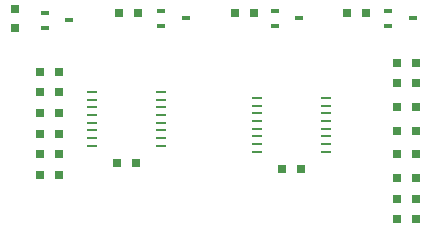
<source format=gbp>
G04 DipTrace 3.2.0.1*
G04 td_display_uBraidsII_bigtrans.GBP*
%MOIN*%
G04 #@! TF.FileFunction,Paste,Bot*
G04 #@! TF.Part,Single*
%AMOUTLINE5*
4,1,12,
-0.011945,-0.014146,
-0.011932,-0.014295,
-0.011784,-0.014307,
0.011784,-0.014307,
0.011933,-0.014294,
0.011945,-0.014146,
0.011945,0.014146,
0.011932,0.014295,
0.011784,0.014307,
-0.011784,0.014307,
-0.011933,0.014294,
-0.011945,0.014146,
-0.011945,-0.014146,
0*%
%AMOUTLINE8*
4,1,12,
0.011945,0.014146,
0.011932,0.014295,
0.011784,0.014307,
-0.011784,0.014307,
-0.011933,0.014294,
-0.011945,0.014146,
-0.011945,-0.014146,
-0.011932,-0.014295,
-0.011784,-0.014307,
0.011784,-0.014307,
0.011933,-0.014294,
0.011945,-0.014146,
0.011945,0.014146,
0*%
%AMOUTLINE11*
4,1,12,
-0.014146,0.011945,
-0.014295,0.011932,
-0.014307,0.011784,
-0.014307,-0.011784,
-0.014294,-0.011933,
-0.014146,-0.011945,
0.014146,-0.011945,
0.014295,-0.011932,
0.014307,-0.011784,
0.014307,0.011784,
0.014294,0.011933,
0.014146,0.011945,
-0.014146,0.011945,
0*%
%AMOUTLINE14*
4,1,12,
0.014146,-0.011945,
0.014295,-0.011932,
0.014307,-0.011784,
0.014307,0.011784,
0.014294,0.011933,
0.014146,0.011945,
-0.014146,0.011945,
-0.014295,0.011932,
-0.014307,0.011784,
-0.014307,-0.011784,
-0.014294,-0.011933,
-0.014146,-0.011945,
0.014146,-0.011945,
0*%
%AMOUTLINE17*
4,1,4,
0.016669,-0.002299,
0.016669,0.002299,
-0.016669,0.002299,
-0.016669,-0.002299,
0.016669,-0.002299,
0*%
%AMOUTLINE20*
4,1,4,
-0.016669,0.002299,
-0.016669,-0.002299,
0.016669,-0.002299,
0.016669,0.002299,
-0.016669,0.002299,
0*%
%ADD30R,0.025465X0.011685*%
%ADD42OUTLINE5*%
%ADD45OUTLINE8*%
%ADD48OUTLINE11*%
%ADD51OUTLINE14*%
%ADD54OUTLINE17*%
%ADD57OUTLINE20*%
%FSLAX26Y26*%
G04*
G70*
G90*
G75*
G01*
G04 BotPaste*
%LPD*%
D42*
X1405417Y708961D3*
D45*
X1469197D3*
X918016Y728646D3*
D42*
X854236D3*
D30*
X613870Y1179087D3*
Y1230273D3*
X696547Y1204680D3*
X1003218Y1185336D3*
Y1236522D3*
X1085895Y1210929D3*
X1380290Y1185336D3*
Y1236522D3*
X1462967Y1210929D3*
X1758007Y1185336D3*
Y1236522D3*
X1840684Y1210929D3*
D48*
X513687Y1244000D3*
D51*
Y1180220D3*
D42*
X861678Y1230614D3*
D45*
X925457D3*
D42*
X1247786D3*
D45*
X1311565D3*
D42*
X1621802D3*
D45*
X1685581D3*
D42*
X1789276Y1063291D3*
D45*
X1853055D3*
D42*
X1789276Y994394D3*
D45*
X1853055D3*
D42*
X1789276Y915654D3*
D45*
X1853055D3*
D42*
X1789276Y836913D3*
D45*
X1853055D3*
D42*
X1789276Y758173D3*
D45*
X1853055D3*
D42*
X1789276Y679433D3*
D45*
X1853055D3*
D42*
X1789276Y610535D3*
D45*
X1853055D3*
D42*
X1789276Y541638D3*
D45*
X1853055D3*
X662110Y689276D3*
D42*
X598331D3*
D45*
X662110Y758173D3*
D42*
X598331D3*
D45*
X662110Y827071D3*
D42*
X598331D3*
D45*
X662110Y895969D3*
D42*
X598331D3*
D45*
X662110Y964866D3*
D42*
X598331D3*
D45*
X662110Y1033764D3*
D42*
X598331D3*
D54*
X1552465Y946165D3*
Y920575D3*
Y894984D3*
Y869394D3*
Y843803D3*
Y818213D3*
Y792622D3*
Y767031D3*
X1322150D3*
Y792622D3*
Y818213D3*
Y843803D3*
Y869394D3*
Y894984D3*
Y920575D3*
Y946165D3*
D57*
X770969Y786717D3*
Y812307D3*
Y837898D3*
Y863488D3*
Y889079D3*
Y914669D3*
Y940260D3*
Y965850D3*
X1001283D3*
Y940260D3*
Y914669D3*
Y889079D3*
Y863488D3*
Y837898D3*
Y812307D3*
Y786717D3*
M02*

</source>
